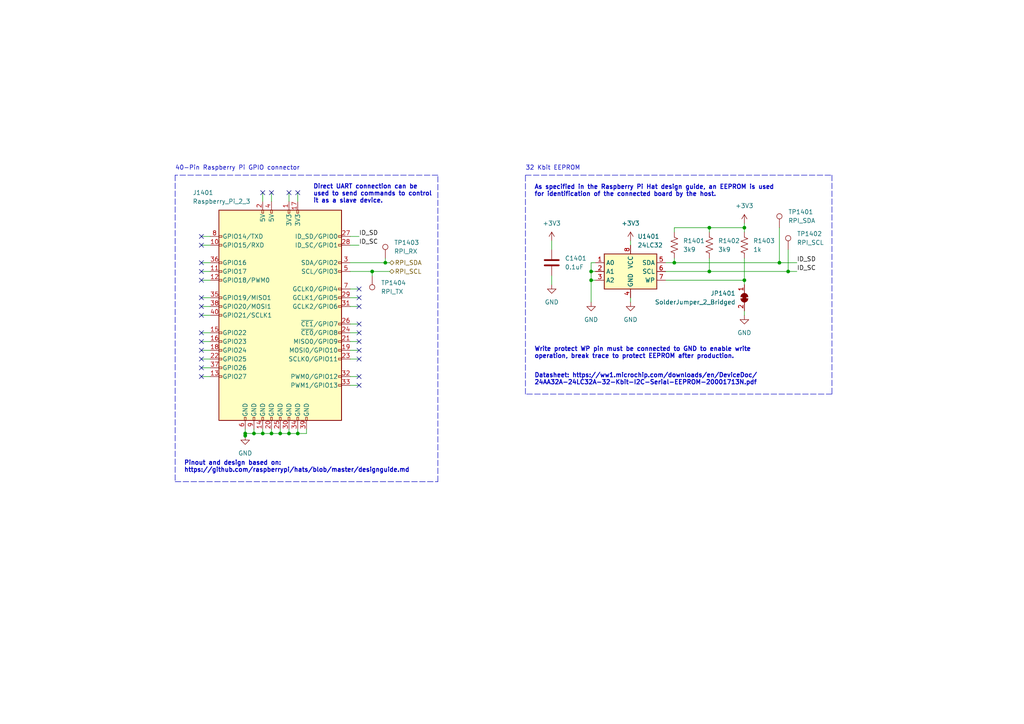
<source format=kicad_sch>
(kicad_sch (version 20211123) (generator eeschema)

  (uuid dde3dc26-3e81-4da3-a095-c1315617c692)

  (paper "A4")

  (title_block
    (title "Thesis Proyect Luis Ernesto Fdez")
    (date "2022-03-17")
    (rev "A")
    (company "Universidad Autónoma de Querétaro")
    (comment 1 "external sensors and LEGO mechanical construction elements as educational equipment.")
    (comment 2 "Design implemets a replacement for the LEGO Mindstorms robot controllers for use with")
    (comment 3 "Distributed Open-source as: CC BY-SA 4.0")
  )

  (lib_symbols
    (symbol "Connector:Raspberry_Pi_2_3" (pin_names (offset 1.016)) (in_bom yes) (on_board yes)
      (property "Reference" "J" (id 0) (at -17.78 31.75 0)
        (effects (font (size 1.27 1.27)) (justify left bottom))
      )
      (property "Value" "Raspberry_Pi_2_3" (id 1) (at 10.16 -31.75 0)
        (effects (font (size 1.27 1.27)) (justify left top))
      )
      (property "Footprint" "" (id 2) (at 0 0 0)
        (effects (font (size 1.27 1.27)) hide)
      )
      (property "Datasheet" "https://www.raspberrypi.org/documentation/hardware/raspberrypi/schematics/rpi_SCH_3bplus_1p0_reduced.pdf" (id 3) (at 0 0 0)
        (effects (font (size 1.27 1.27)) hide)
      )
      (property "ki_keywords" "raspberrypi gpio" (id 4) (at 0 0 0)
        (effects (font (size 1.27 1.27)) hide)
      )
      (property "ki_description" "expansion header for Raspberry Pi 2 & 3" (id 5) (at 0 0 0)
        (effects (font (size 1.27 1.27)) hide)
      )
      (property "ki_fp_filters" "PinHeader*2x20*P2.54mm*Vertical* PinSocket*2x20*P2.54mm*Vertical*" (id 6) (at 0 0 0)
        (effects (font (size 1.27 1.27)) hide)
      )
      (symbol "Raspberry_Pi_2_3_0_1"
        (rectangle (start -17.78 30.48) (end 17.78 -30.48)
          (stroke (width 0.254) (type default) (color 0 0 0 0))
          (fill (type background))
        )
      )
      (symbol "Raspberry_Pi_2_3_1_1"
        (rectangle (start -16.891 -17.526) (end -17.78 -18.034)
          (stroke (width 0) (type default) (color 0 0 0 0))
          (fill (type none))
        )
        (rectangle (start -16.891 -14.986) (end -17.78 -15.494)
          (stroke (width 0) (type default) (color 0 0 0 0))
          (fill (type none))
        )
        (rectangle (start -16.891 -12.446) (end -17.78 -12.954)
          (stroke (width 0) (type default) (color 0 0 0 0))
          (fill (type none))
        )
        (rectangle (start -16.891 -9.906) (end -17.78 -10.414)
          (stroke (width 0) (type default) (color 0 0 0 0))
          (fill (type none))
        )
        (rectangle (start -16.891 -7.366) (end -17.78 -7.874)
          (stroke (width 0) (type default) (color 0 0 0 0))
          (fill (type none))
        )
        (rectangle (start -16.891 -4.826) (end -17.78 -5.334)
          (stroke (width 0) (type default) (color 0 0 0 0))
          (fill (type none))
        )
        (rectangle (start -16.891 0.254) (end -17.78 -0.254)
          (stroke (width 0) (type default) (color 0 0 0 0))
          (fill (type none))
        )
        (rectangle (start -16.891 2.794) (end -17.78 2.286)
          (stroke (width 0) (type default) (color 0 0 0 0))
          (fill (type none))
        )
        (rectangle (start -16.891 5.334) (end -17.78 4.826)
          (stroke (width 0) (type default) (color 0 0 0 0))
          (fill (type none))
        )
        (rectangle (start -16.891 10.414) (end -17.78 9.906)
          (stroke (width 0) (type default) (color 0 0 0 0))
          (fill (type none))
        )
        (rectangle (start -16.891 12.954) (end -17.78 12.446)
          (stroke (width 0) (type default) (color 0 0 0 0))
          (fill (type none))
        )
        (rectangle (start -16.891 15.494) (end -17.78 14.986)
          (stroke (width 0) (type default) (color 0 0 0 0))
          (fill (type none))
        )
        (rectangle (start -16.891 20.574) (end -17.78 20.066)
          (stroke (width 0) (type default) (color 0 0 0 0))
          (fill (type none))
        )
        (rectangle (start -16.891 23.114) (end -17.78 22.606)
          (stroke (width 0) (type default) (color 0 0 0 0))
          (fill (type none))
        )
        (rectangle (start -10.414 -29.591) (end -9.906 -30.48)
          (stroke (width 0) (type default) (color 0 0 0 0))
          (fill (type none))
        )
        (rectangle (start -7.874 -29.591) (end -7.366 -30.48)
          (stroke (width 0) (type default) (color 0 0 0 0))
          (fill (type none))
        )
        (rectangle (start -5.334 -29.591) (end -4.826 -30.48)
          (stroke (width 0) (type default) (color 0 0 0 0))
          (fill (type none))
        )
        (rectangle (start -5.334 30.48) (end -4.826 29.591)
          (stroke (width 0) (type default) (color 0 0 0 0))
          (fill (type none))
        )
        (rectangle (start -2.794 -29.591) (end -2.286 -30.48)
          (stroke (width 0) (type default) (color 0 0 0 0))
          (fill (type none))
        )
        (rectangle (start -2.794 30.48) (end -2.286 29.591)
          (stroke (width 0) (type default) (color 0 0 0 0))
          (fill (type none))
        )
        (rectangle (start -0.254 -29.591) (end 0.254 -30.48)
          (stroke (width 0) (type default) (color 0 0 0 0))
          (fill (type none))
        )
        (rectangle (start 2.286 -29.591) (end 2.794 -30.48)
          (stroke (width 0) (type default) (color 0 0 0 0))
          (fill (type none))
        )
        (rectangle (start 2.286 30.48) (end 2.794 29.591)
          (stroke (width 0) (type default) (color 0 0 0 0))
          (fill (type none))
        )
        (rectangle (start 4.826 -29.591) (end 5.334 -30.48)
          (stroke (width 0) (type default) (color 0 0 0 0))
          (fill (type none))
        )
        (rectangle (start 4.826 30.48) (end 5.334 29.591)
          (stroke (width 0) (type default) (color 0 0 0 0))
          (fill (type none))
        )
        (rectangle (start 7.366 -29.591) (end 7.874 -30.48)
          (stroke (width 0) (type default) (color 0 0 0 0))
          (fill (type none))
        )
        (rectangle (start 17.78 -20.066) (end 16.891 -20.574)
          (stroke (width 0) (type default) (color 0 0 0 0))
          (fill (type none))
        )
        (rectangle (start 17.78 -17.526) (end 16.891 -18.034)
          (stroke (width 0) (type default) (color 0 0 0 0))
          (fill (type none))
        )
        (rectangle (start 17.78 -12.446) (end 16.891 -12.954)
          (stroke (width 0) (type default) (color 0 0 0 0))
          (fill (type none))
        )
        (rectangle (start 17.78 -9.906) (end 16.891 -10.414)
          (stroke (width 0) (type default) (color 0 0 0 0))
          (fill (type none))
        )
        (rectangle (start 17.78 -7.366) (end 16.891 -7.874)
          (stroke (width 0) (type default) (color 0 0 0 0))
          (fill (type none))
        )
        (rectangle (start 17.78 -4.826) (end 16.891 -5.334)
          (stroke (width 0) (type default) (color 0 0 0 0))
          (fill (type none))
        )
        (rectangle (start 17.78 -2.286) (end 16.891 -2.794)
          (stroke (width 0) (type default) (color 0 0 0 0))
          (fill (type none))
        )
        (rectangle (start 17.78 2.794) (end 16.891 2.286)
          (stroke (width 0) (type default) (color 0 0 0 0))
          (fill (type none))
        )
        (rectangle (start 17.78 5.334) (end 16.891 4.826)
          (stroke (width 0) (type default) (color 0 0 0 0))
          (fill (type none))
        )
        (rectangle (start 17.78 7.874) (end 16.891 7.366)
          (stroke (width 0) (type default) (color 0 0 0 0))
          (fill (type none))
        )
        (rectangle (start 17.78 12.954) (end 16.891 12.446)
          (stroke (width 0) (type default) (color 0 0 0 0))
          (fill (type none))
        )
        (rectangle (start 17.78 15.494) (end 16.891 14.986)
          (stroke (width 0) (type default) (color 0 0 0 0))
          (fill (type none))
        )
        (rectangle (start 17.78 20.574) (end 16.891 20.066)
          (stroke (width 0) (type default) (color 0 0 0 0))
          (fill (type none))
        )
        (rectangle (start 17.78 23.114) (end 16.891 22.606)
          (stroke (width 0) (type default) (color 0 0 0 0))
          (fill (type none))
        )
        (pin power_in line (at 2.54 33.02 270) (length 2.54)
          (name "3V3" (effects (font (size 1.27 1.27))))
          (number "1" (effects (font (size 1.27 1.27))))
        )
        (pin bidirectional line (at -20.32 20.32 0) (length 2.54)
          (name "GPIO15/RXD" (effects (font (size 1.27 1.27))))
          (number "10" (effects (font (size 1.27 1.27))))
        )
        (pin bidirectional line (at -20.32 12.7 0) (length 2.54)
          (name "GPIO17" (effects (font (size 1.27 1.27))))
          (number "11" (effects (font (size 1.27 1.27))))
        )
        (pin bidirectional line (at -20.32 10.16 0) (length 2.54)
          (name "GPIO18/PWM0" (effects (font (size 1.27 1.27))))
          (number "12" (effects (font (size 1.27 1.27))))
        )
        (pin bidirectional line (at -20.32 -17.78 0) (length 2.54)
          (name "GPIO27" (effects (font (size 1.27 1.27))))
          (number "13" (effects (font (size 1.27 1.27))))
        )
        (pin power_in line (at -5.08 -33.02 90) (length 2.54)
          (name "GND" (effects (font (size 1.27 1.27))))
          (number "14" (effects (font (size 1.27 1.27))))
        )
        (pin bidirectional line (at -20.32 -5.08 0) (length 2.54)
          (name "GPIO22" (effects (font (size 1.27 1.27))))
          (number "15" (effects (font (size 1.27 1.27))))
        )
        (pin bidirectional line (at -20.32 -7.62 0) (length 2.54)
          (name "GPIO23" (effects (font (size 1.27 1.27))))
          (number "16" (effects (font (size 1.27 1.27))))
        )
        (pin power_in line (at 5.08 33.02 270) (length 2.54)
          (name "3V3" (effects (font (size 1.27 1.27))))
          (number "17" (effects (font (size 1.27 1.27))))
        )
        (pin bidirectional line (at -20.32 -10.16 0) (length 2.54)
          (name "GPIO24" (effects (font (size 1.27 1.27))))
          (number "18" (effects (font (size 1.27 1.27))))
        )
        (pin bidirectional line (at 20.32 -10.16 180) (length 2.54)
          (name "MOSI0/GPIO10" (effects (font (size 1.27 1.27))))
          (number "19" (effects (font (size 1.27 1.27))))
        )
        (pin power_in line (at -5.08 33.02 270) (length 2.54)
          (name "5V" (effects (font (size 1.27 1.27))))
          (number "2" (effects (font (size 1.27 1.27))))
        )
        (pin power_in line (at -2.54 -33.02 90) (length 2.54)
          (name "GND" (effects (font (size 1.27 1.27))))
          (number "20" (effects (font (size 1.27 1.27))))
        )
        (pin bidirectional line (at 20.32 -7.62 180) (length 2.54)
          (name "MISO0/GPIO9" (effects (font (size 1.27 1.27))))
          (number "21" (effects (font (size 1.27 1.27))))
        )
        (pin bidirectional line (at -20.32 -12.7 0) (length 2.54)
          (name "GPIO25" (effects (font (size 1.27 1.27))))
          (number "22" (effects (font (size 1.27 1.27))))
        )
        (pin bidirectional line (at 20.32 -12.7 180) (length 2.54)
          (name "SCLK0/GPIO11" (effects (font (size 1.27 1.27))))
          (number "23" (effects (font (size 1.27 1.27))))
        )
        (pin bidirectional line (at 20.32 -5.08 180) (length 2.54)
          (name "~{CE0}/GPIO8" (effects (font (size 1.27 1.27))))
          (number "24" (effects (font (size 1.27 1.27))))
        )
        (pin power_in line (at 0 -33.02 90) (length 2.54)
          (name "GND" (effects (font (size 1.27 1.27))))
          (number "25" (effects (font (size 1.27 1.27))))
        )
        (pin bidirectional line (at 20.32 -2.54 180) (length 2.54)
          (name "~{CE1}/GPIO7" (effects (font (size 1.27 1.27))))
          (number "26" (effects (font (size 1.27 1.27))))
        )
        (pin bidirectional line (at 20.32 22.86 180) (length 2.54)
          (name "ID_SD/GPIO0" (effects (font (size 1.27 1.27))))
          (number "27" (effects (font (size 1.27 1.27))))
        )
        (pin bidirectional line (at 20.32 20.32 180) (length 2.54)
          (name "ID_SC/GPIO1" (effects (font (size 1.27 1.27))))
          (number "28" (effects (font (size 1.27 1.27))))
        )
        (pin bidirectional line (at 20.32 5.08 180) (length 2.54)
          (name "GCLK1/GPIO5" (effects (font (size 1.27 1.27))))
          (number "29" (effects (font (size 1.27 1.27))))
        )
        (pin bidirectional line (at 20.32 15.24 180) (length 2.54)
          (name "SDA/GPIO2" (effects (font (size 1.27 1.27))))
          (number "3" (effects (font (size 1.27 1.27))))
        )
        (pin power_in line (at 2.54 -33.02 90) (length 2.54)
          (name "GND" (effects (font (size 1.27 1.27))))
          (number "30" (effects (font (size 1.27 1.27))))
        )
        (pin bidirectional line (at 20.32 2.54 180) (length 2.54)
          (name "GCLK2/GPIO6" (effects (font (size 1.27 1.27))))
          (number "31" (effects (font (size 1.27 1.27))))
        )
        (pin bidirectional line (at 20.32 -17.78 180) (length 2.54)
          (name "PWM0/GPIO12" (effects (font (size 1.27 1.27))))
          (number "32" (effects (font (size 1.27 1.27))))
        )
        (pin bidirectional line (at 20.32 -20.32 180) (length 2.54)
          (name "PWM1/GPIO13" (effects (font (size 1.27 1.27))))
          (number "33" (effects (font (size 1.27 1.27))))
        )
        (pin power_in line (at 5.08 -33.02 90) (length 2.54)
          (name "GND" (effects (font (size 1.27 1.27))))
          (number "34" (effects (font (size 1.27 1.27))))
        )
        (pin bidirectional line (at -20.32 5.08 0) (length 2.54)
          (name "GPIO19/MISO1" (effects (font (size 1.27 1.27))))
          (number "35" (effects (font (size 1.27 1.27))))
        )
        (pin bidirectional line (at -20.32 15.24 0) (length 2.54)
          (name "GPIO16" (effects (font (size 1.27 1.27))))
          (number "36" (effects (font (size 1.27 1.27))))
        )
        (pin bidirectional line (at -20.32 -15.24 0) (length 2.54)
          (name "GPIO26" (effects (font (size 1.27 1.27))))
          (number "37" (effects (font (size 1.27 1.27))))
        )
        (pin bidirectional line (at -20.32 2.54 0) (length 2.54)
          (name "GPIO20/MOSI1" (effects (font (size 1.27 1.27))))
          (number "38" (effects (font (size 1.27 1.27))))
        )
        (pin power_in line (at 7.62 -33.02 90) (length 2.54)
          (name "GND" (effects (font (size 1.27 1.27))))
          (number "39" (effects (font (size 1.27 1.27))))
        )
        (pin power_in line (at -2.54 33.02 270) (length 2.54)
          (name "5V" (effects (font (size 1.27 1.27))))
          (number "4" (effects (font (size 1.27 1.27))))
        )
        (pin bidirectional line (at -20.32 0 0) (length 2.54)
          (name "GPIO21/SCLK1" (effects (font (size 1.27 1.27))))
          (number "40" (effects (font (size 1.27 1.27))))
        )
        (pin bidirectional line (at 20.32 12.7 180) (length 2.54)
          (name "SCL/GPIO3" (effects (font (size 1.27 1.27))))
          (number "5" (effects (font (size 1.27 1.27))))
        )
        (pin power_in line (at -10.16 -33.02 90) (length 2.54)
          (name "GND" (effects (font (size 1.27 1.27))))
          (number "6" (effects (font (size 1.27 1.27))))
        )
        (pin bidirectional line (at 20.32 7.62 180) (length 2.54)
          (name "GCLK0/GPIO4" (effects (font (size 1.27 1.27))))
          (number "7" (effects (font (size 1.27 1.27))))
        )
        (pin bidirectional line (at -20.32 22.86 0) (length 2.54)
          (name "GPIO14/TXD" (effects (font (size 1.27 1.27))))
          (number "8" (effects (font (size 1.27 1.27))))
        )
        (pin power_in line (at -7.62 -33.02 90) (length 2.54)
          (name "GND" (effects (font (size 1.27 1.27))))
          (number "9" (effects (font (size 1.27 1.27))))
        )
      )
    )
    (symbol "Connector:TestPoint" (pin_numbers hide) (pin_names (offset 0.762) hide) (in_bom yes) (on_board yes)
      (property "Reference" "TP" (id 0) (at 0 6.858 0)
        (effects (font (size 1.27 1.27)))
      )
      (property "Value" "TestPoint" (id 1) (at 0 5.08 0)
        (effects (font (size 1.27 1.27)))
      )
      (property "Footprint" "" (id 2) (at 5.08 0 0)
        (effects (font (size 1.27 1.27)) hide)
      )
      (property "Datasheet" "~" (id 3) (at 5.08 0 0)
        (effects (font (size 1.27 1.27)) hide)
      )
      (property "ki_keywords" "test point tp" (id 4) (at 0 0 0)
        (effects (font (size 1.27 1.27)) hide)
      )
      (property "ki_description" "test point" (id 5) (at 0 0 0)
        (effects (font (size 1.27 1.27)) hide)
      )
      (property "ki_fp_filters" "Pin* Test*" (id 6) (at 0 0 0)
        (effects (font (size 1.27 1.27)) hide)
      )
      (symbol "TestPoint_0_1"
        (circle (center 0 3.302) (radius 0.762)
          (stroke (width 0) (type default) (color 0 0 0 0))
          (fill (type none))
        )
      )
      (symbol "TestPoint_1_1"
        (pin passive line (at 0 0 90) (length 2.54)
          (name "1" (effects (font (size 1.27 1.27))))
          (number "1" (effects (font (size 1.27 1.27))))
        )
      )
    )
    (symbol "Device:C" (pin_numbers hide) (pin_names (offset 0.254)) (in_bom yes) (on_board yes)
      (property "Reference" "C" (id 0) (at 0.635 2.54 0)
        (effects (font (size 1.27 1.27)) (justify left))
      )
      (property "Value" "C" (id 1) (at 0.635 -2.54 0)
        (effects (font (size 1.27 1.27)) (justify left))
      )
      (property "Footprint" "" (id 2) (at 0.9652 -3.81 0)
        (effects (font (size 1.27 1.27)) hide)
      )
      (property "Datasheet" "~" (id 3) (at 0 0 0)
        (effects (font (size 1.27 1.27)) hide)
      )
      (property "ki_keywords" "cap capacitor" (id 4) (at 0 0 0)
        (effects (font (size 1.27 1.27)) hide)
      )
      (property "ki_description" "Unpolarized capacitor" (id 5) (at 0 0 0)
        (effects (font (size 1.27 1.27)) hide)
      )
      (property "ki_fp_filters" "C_*" (id 6) (at 0 0 0)
        (effects (font (size 1.27 1.27)) hide)
      )
      (symbol "C_0_1"
        (polyline
          (pts
            (xy -2.032 -0.762)
            (xy 2.032 -0.762)
          )
          (stroke (width 0.508) (type default) (color 0 0 0 0))
          (fill (type none))
        )
        (polyline
          (pts
            (xy -2.032 0.762)
            (xy 2.032 0.762)
          )
          (stroke (width 0.508) (type default) (color 0 0 0 0))
          (fill (type none))
        )
      )
      (symbol "C_1_1"
        (pin passive line (at 0 3.81 270) (length 2.794)
          (name "~" (effects (font (size 1.27 1.27))))
          (number "1" (effects (font (size 1.27 1.27))))
        )
        (pin passive line (at 0 -3.81 90) (length 2.794)
          (name "~" (effects (font (size 1.27 1.27))))
          (number "2" (effects (font (size 1.27 1.27))))
        )
      )
    )
    (symbol "Device:R_US" (pin_numbers hide) (pin_names (offset 0)) (in_bom yes) (on_board yes)
      (property "Reference" "R" (id 0) (at 2.54 0 90)
        (effects (font (size 1.27 1.27)))
      )
      (property "Value" "R_US" (id 1) (at -2.54 0 90)
        (effects (font (size 1.27 1.27)))
      )
      (property "Footprint" "" (id 2) (at 1.016 -0.254 90)
        (effects (font (size 1.27 1.27)) hide)
      )
      (property "Datasheet" "~" (id 3) (at 0 0 0)
        (effects (font (size 1.27 1.27)) hide)
      )
      (property "ki_keywords" "R res resistor" (id 4) (at 0 0 0)
        (effects (font (size 1.27 1.27)) hide)
      )
      (property "ki_description" "Resistor, US symbol" (id 5) (at 0 0 0)
        (effects (font (size 1.27 1.27)) hide)
      )
      (property "ki_fp_filters" "R_*" (id 6) (at 0 0 0)
        (effects (font (size 1.27 1.27)) hide)
      )
      (symbol "R_US_0_1"
        (polyline
          (pts
            (xy 0 -2.286)
            (xy 0 -2.54)
          )
          (stroke (width 0) (type default) (color 0 0 0 0))
          (fill (type none))
        )
        (polyline
          (pts
            (xy 0 2.286)
            (xy 0 2.54)
          )
          (stroke (width 0) (type default) (color 0 0 0 0))
          (fill (type none))
        )
        (polyline
          (pts
            (xy 0 -0.762)
            (xy 1.016 -1.143)
            (xy 0 -1.524)
            (xy -1.016 -1.905)
            (xy 0 -2.286)
          )
          (stroke (width 0) (type default) (color 0 0 0 0))
          (fill (type none))
        )
        (polyline
          (pts
            (xy 0 0.762)
            (xy 1.016 0.381)
            (xy 0 0)
            (xy -1.016 -0.381)
            (xy 0 -0.762)
          )
          (stroke (width 0) (type default) (color 0 0 0 0))
          (fill (type none))
        )
        (polyline
          (pts
            (xy 0 2.286)
            (xy 1.016 1.905)
            (xy 0 1.524)
            (xy -1.016 1.143)
            (xy 0 0.762)
          )
          (stroke (width 0) (type default) (color 0 0 0 0))
          (fill (type none))
        )
      )
      (symbol "R_US_1_1"
        (pin passive line (at 0 3.81 270) (length 1.27)
          (name "~" (effects (font (size 1.27 1.27))))
          (number "1" (effects (font (size 1.27 1.27))))
        )
        (pin passive line (at 0 -3.81 90) (length 1.27)
          (name "~" (effects (font (size 1.27 1.27))))
          (number "2" (effects (font (size 1.27 1.27))))
        )
      )
    )
    (symbol "Jumper:SolderJumper_2_Bridged" (pin_names (offset 0) hide) (in_bom yes) (on_board yes)
      (property "Reference" "JP" (id 0) (at 0 2.032 0)
        (effects (font (size 1.27 1.27)))
      )
      (property "Value" "SolderJumper_2_Bridged" (id 1) (at 0 -2.54 0)
        (effects (font (size 1.27 1.27)))
      )
      (property "Footprint" "" (id 2) (at 0 0 0)
        (effects (font (size 1.27 1.27)) hide)
      )
      (property "Datasheet" "~" (id 3) (at 0 0 0)
        (effects (font (size 1.27 1.27)) hide)
      )
      (property "ki_keywords" "solder jumper SPST" (id 4) (at 0 0 0)
        (effects (font (size 1.27 1.27)) hide)
      )
      (property "ki_description" "Solder Jumper, 2-pole, closed/bridged" (id 5) (at 0 0 0)
        (effects (font (size 1.27 1.27)) hide)
      )
      (property "ki_fp_filters" "SolderJumper*Bridged*" (id 6) (at 0 0 0)
        (effects (font (size 1.27 1.27)) hide)
      )
      (symbol "SolderJumper_2_Bridged_0_1"
        (rectangle (start -0.508 0.508) (end 0.508 -0.508)
          (stroke (width 0) (type default) (color 0 0 0 0))
          (fill (type outline))
        )
        (arc (start -0.254 1.016) (mid -1.27 0) (end -0.254 -1.016)
          (stroke (width 0) (type default) (color 0 0 0 0))
          (fill (type none))
        )
        (arc (start -0.254 1.016) (mid -1.27 0) (end -0.254 -1.016)
          (stroke (width 0) (type default) (color 0 0 0 0))
          (fill (type outline))
        )
        (polyline
          (pts
            (xy -0.254 1.016)
            (xy -0.254 -1.016)
          )
          (stroke (width 0) (type default) (color 0 0 0 0))
          (fill (type none))
        )
        (polyline
          (pts
            (xy 0.254 1.016)
            (xy 0.254 -1.016)
          )
          (stroke (width 0) (type default) (color 0 0 0 0))
          (fill (type none))
        )
        (arc (start 0.254 -1.016) (mid 1.27 0) (end 0.254 1.016)
          (stroke (width 0) (type default) (color 0 0 0 0))
          (fill (type none))
        )
        (arc (start 0.254 -1.016) (mid 1.27 0) (end 0.254 1.016)
          (stroke (width 0) (type default) (color 0 0 0 0))
          (fill (type outline))
        )
      )
      (symbol "SolderJumper_2_Bridged_1_1"
        (pin passive line (at -3.81 0 0) (length 2.54)
          (name "A" (effects (font (size 1.27 1.27))))
          (number "1" (effects (font (size 1.27 1.27))))
        )
        (pin passive line (at 3.81 0 180) (length 2.54)
          (name "B" (effects (font (size 1.27 1.27))))
          (number "2" (effects (font (size 1.27 1.27))))
        )
      )
    )
    (symbol "Memory_EEPROM:24LC32" (in_bom yes) (on_board yes)
      (property "Reference" "U" (id 0) (at -6.35 6.35 0)
        (effects (font (size 1.27 1.27)))
      )
      (property "Value" "24LC32" (id 1) (at 1.27 6.35 0)
        (effects (font (size 1.27 1.27)) (justify left))
      )
      (property "Footprint" "" (id 2) (at 0 0 0)
        (effects (font (size 1.27 1.27)) hide)
      )
      (property "Datasheet" "http://ww1.microchip.com/downloads/en/DeviceDoc/21072G.pdf" (id 3) (at 0 0 0)
        (effects (font (size 1.27 1.27)) hide)
      )
      (property "ki_keywords" "I2C Serial EEPROM" (id 4) (at 0 0 0)
        (effects (font (size 1.27 1.27)) hide)
      )
      (property "ki_description" "I2C Serial EEPROM, 32Kb, DIP-8/SOIC-8/TSSOP-8/DFN-8" (id 5) (at 0 0 0)
        (effects (font (size 1.27 1.27)) hide)
      )
      (property "ki_fp_filters" "DIP*W7.62mm* SOIC*3.9x4.9mm* TSSOP*4.4x3mm*P0.65mm* DFN*3x2mm*P0.5mm*" (id 6) (at 0 0 0)
        (effects (font (size 1.27 1.27)) hide)
      )
      (symbol "24LC32_1_1"
        (rectangle (start -7.62 5.08) (end 7.62 -5.08)
          (stroke (width 0.254) (type default) (color 0 0 0 0))
          (fill (type background))
        )
        (pin input line (at -10.16 2.54 0) (length 2.54)
          (name "A0" (effects (font (size 1.27 1.27))))
          (number "1" (effects (font (size 1.27 1.27))))
        )
        (pin input line (at -10.16 0 0) (length 2.54)
          (name "A1" (effects (font (size 1.27 1.27))))
          (number "2" (effects (font (size 1.27 1.27))))
        )
        (pin input line (at -10.16 -2.54 0) (length 2.54)
          (name "A2" (effects (font (size 1.27 1.27))))
          (number "3" (effects (font (size 1.27 1.27))))
        )
        (pin power_in line (at 0 -7.62 90) (length 2.54)
          (name "GND" (effects (font (size 1.27 1.27))))
          (number "4" (effects (font (size 1.27 1.27))))
        )
        (pin bidirectional line (at 10.16 2.54 180) (length 2.54)
          (name "SDA" (effects (font (size 1.27 1.27))))
          (number "5" (effects (font (size 1.27 1.27))))
        )
        (pin input line (at 10.16 0 180) (length 2.54)
          (name "SCL" (effects (font (size 1.27 1.27))))
          (number "6" (effects (font (size 1.27 1.27))))
        )
        (pin input line (at 10.16 -2.54 180) (length 2.54)
          (name "WP" (effects (font (size 1.27 1.27))))
          (number "7" (effects (font (size 1.27 1.27))))
        )
        (pin power_in line (at 0 7.62 270) (length 2.54)
          (name "VCC" (effects (font (size 1.27 1.27))))
          (number "8" (effects (font (size 1.27 1.27))))
        )
      )
    )
    (symbol "power:+3.3V" (power) (pin_names (offset 0)) (in_bom yes) (on_board yes)
      (property "Reference" "#PWR" (id 0) (at 0 -3.81 0)
        (effects (font (size 1.27 1.27)) hide)
      )
      (property "Value" "+3.3V" (id 1) (at 0 3.556 0)
        (effects (font (size 1.27 1.27)))
      )
      (property "Footprint" "" (id 2) (at 0 0 0)
        (effects (font (size 1.27 1.27)) hide)
      )
      (property "Datasheet" "" (id 3) (at 0 0 0)
        (effects (font (size 1.27 1.27)) hide)
      )
      (property "ki_keywords" "power-flag" (id 4) (at 0 0 0)
        (effects (font (size 1.27 1.27)) hide)
      )
      (property "ki_description" "Power symbol creates a global label with name \"+3.3V\"" (id 5) (at 0 0 0)
        (effects (font (size 1.27 1.27)) hide)
      )
      (symbol "+3.3V_0_1"
        (polyline
          (pts
            (xy -0.762 1.27)
            (xy 0 2.54)
          )
          (stroke (width 0) (type default) (color 0 0 0 0))
          (fill (type none))
        )
        (polyline
          (pts
            (xy 0 0)
            (xy 0 2.54)
          )
          (stroke (width 0) (type default) (color 0 0 0 0))
          (fill (type none))
        )
        (polyline
          (pts
            (xy 0 2.54)
            (xy 0.762 1.27)
          )
          (stroke (width 0) (type default) (color 0 0 0 0))
          (fill (type none))
        )
      )
      (symbol "+3.3V_1_1"
        (pin power_in line (at 0 0 90) (length 0) hide
          (name "+3V3" (effects (font (size 1.27 1.27))))
          (number "1" (effects (font (size 1.27 1.27))))
        )
      )
    )
    (symbol "power:GND" (power) (pin_names (offset 0)) (in_bom yes) (on_board yes)
      (property "Reference" "#PWR" (id 0) (at 0 -6.35 0)
        (effects (font (size 1.27 1.27)) hide)
      )
      (property "Value" "GND" (id 1) (at 0 -3.81 0)
        (effects (font (size 1.27 1.27)))
      )
      (property "Footprint" "" (id 2) (at 0 0 0)
        (effects (font (size 1.27 1.27)) hide)
      )
      (property "Datasheet" "" (id 3) (at 0 0 0)
        (effects (font (size 1.27 1.27)) hide)
      )
      (property "ki_keywords" "power-flag" (id 4) (at 0 0 0)
        (effects (font (size 1.27 1.27)) hide)
      )
      (property "ki_description" "Power symbol creates a global label with name \"GND\" , ground" (id 5) (at 0 0 0)
        (effects (font (size 1.27 1.27)) hide)
      )
      (symbol "GND_0_1"
        (polyline
          (pts
            (xy 0 0)
            (xy 0 -1.27)
            (xy 1.27 -1.27)
            (xy 0 -2.54)
            (xy -1.27 -1.27)
            (xy 0 -1.27)
          )
          (stroke (width 0) (type default) (color 0 0 0 0))
          (fill (type none))
        )
      )
      (symbol "GND_1_1"
        (pin power_in line (at 0 0 270) (length 0) hide
          (name "GND" (effects (font (size 1.27 1.27))))
          (number "1" (effects (font (size 1.27 1.27))))
        )
      )
    )
  )

  (junction (at 76.2 125.73) (diameter 0) (color 0 0 0 0)
    (uuid 010d278d-e4f1-458c-a330-0a7f908f7e00)
  )
  (junction (at 78.74 125.73) (diameter 0) (color 0 0 0 0)
    (uuid 07ae359b-3892-48ba-9227-54a38eed3235)
  )
  (junction (at 205.74 66.04) (diameter 0) (color 0 0 0 0)
    (uuid 238881d6-9cf1-4a4c-8334-e890616813ff)
  )
  (junction (at 111.76 76.2) (diameter 0) (color 0 0 0 0)
    (uuid 23ec7a76-5322-4555-b0e2-eea0363e2577)
  )
  (junction (at 228.6 78.74) (diameter 0) (color 0 0 0 0)
    (uuid 39535cd2-0af6-40e0-9cd6-e4bd20a1b1c9)
  )
  (junction (at 171.45 81.28) (diameter 0) (color 0 0 0 0)
    (uuid 4766d8f5-4c9a-43dd-b8f4-94f6f561fd4b)
  )
  (junction (at 215.9 66.04) (diameter 0) (color 0 0 0 0)
    (uuid 5b311e9c-6e81-4a0e-a4aa-864f2d1a2c7e)
  )
  (junction (at 215.9 81.28) (diameter 0) (color 0 0 0 0)
    (uuid 659ab24e-35f1-4452-aef8-19801e5dbb5f)
  )
  (junction (at 107.95 78.74) (diameter 0) (color 0 0 0 0)
    (uuid 67ebf665-a501-43a3-93c0-a302746c46f6)
  )
  (junction (at 205.74 78.74) (diameter 0) (color 0 0 0 0)
    (uuid 6aba99f5-1b84-44ac-8a7e-fda0c55583ad)
  )
  (junction (at 71.12 126.365) (diameter 0) (color 0 0 0 0)
    (uuid 7a149527-21b6-4e8d-ab1d-b5c6a5d9ad5f)
  )
  (junction (at 73.66 125.73) (diameter 0) (color 0 0 0 0)
    (uuid 7a636c1f-efc1-410d-b738-a14f2187a85b)
  )
  (junction (at 171.45 78.74) (diameter 0) (color 0 0 0 0)
    (uuid 9ef8e481-435c-4b8b-8449-c4164af17ee5)
  )
  (junction (at 195.58 76.2) (diameter 0) (color 0 0 0 0)
    (uuid b494a696-78d3-44f7-a31b-64db89ff0b19)
  )
  (junction (at 226.06 76.2) (diameter 0) (color 0 0 0 0)
    (uuid b8aff6dc-997e-41c8-9f30-47ad9c0c58b5)
  )
  (junction (at 71.12 125.73) (diameter 0) (color 0 0 0 0)
    (uuid b9ac9a6b-9834-40a3-ac44-2e97831ca430)
  )
  (junction (at 83.82 125.73) (diameter 0) (color 0 0 0 0)
    (uuid cd6eed94-a417-4e3c-a320-49a92843058d)
  )
  (junction (at 86.36 125.73) (diameter 0) (color 0 0 0 0)
    (uuid f4e68b13-857e-4ff0-9c5a-fe4d8031ac8f)
  )
  (junction (at 81.28 125.73) (diameter 0) (color 0 0 0 0)
    (uuid fb5b9e0d-768d-462d-bacc-0f96d907ac19)
  )

  (no_connect (at 104.14 101.6) (uuid 5f804f47-6480-44ea-9802-dae6c0d61f5b))
  (no_connect (at 104.14 111.76) (uuid 5f804f47-6480-44ea-9802-dae6c0d61f5c))
  (no_connect (at 104.14 104.14) (uuid 5f804f47-6480-44ea-9802-dae6c0d61f5d))
  (no_connect (at 104.14 99.06) (uuid 5f804f47-6480-44ea-9802-dae6c0d61f5e))
  (no_connect (at 104.14 109.22) (uuid 5f804f47-6480-44ea-9802-dae6c0d61f5f))
  (no_connect (at 58.42 104.14) (uuid 70c65b74-f84d-408c-8a71-9d3e619a2715))
  (no_connect (at 58.42 101.6) (uuid 70c65b74-f84d-408c-8a71-9d3e619a2716))
  (no_connect (at 58.42 91.44) (uuid 70c65b74-f84d-408c-8a71-9d3e619a2717))
  (no_connect (at 58.42 109.22) (uuid 70c65b74-f84d-408c-8a71-9d3e619a2718))
  (no_connect (at 58.42 106.68) (uuid 70c65b74-f84d-408c-8a71-9d3e619a2719))
  (no_connect (at 58.42 99.06) (uuid 70c65b74-f84d-408c-8a71-9d3e619a271a))
  (no_connect (at 58.42 96.52) (uuid 70c65b74-f84d-408c-8a71-9d3e619a271b))
  (no_connect (at 104.14 96.52) (uuid 70c65b74-f84d-408c-8a71-9d3e619a271c))
  (no_connect (at 104.14 93.98) (uuid 70c65b74-f84d-408c-8a71-9d3e619a271d))
  (no_connect (at 58.42 81.28) (uuid 70c65b74-f84d-408c-8a71-9d3e619a271e))
  (no_connect (at 58.42 88.9) (uuid 70c65b74-f84d-408c-8a71-9d3e619a271f))
  (no_connect (at 58.42 86.36) (uuid 70c65b74-f84d-408c-8a71-9d3e619a2720))
  (no_connect (at 104.14 88.9) (uuid 70c65b74-f84d-408c-8a71-9d3e619a2721))
  (no_connect (at 104.14 83.82) (uuid 70c65b74-f84d-408c-8a71-9d3e619a2722))
  (no_connect (at 104.14 86.36) (uuid 70c65b74-f84d-408c-8a71-9d3e619a2723))
  (no_connect (at 58.42 68.58) (uuid 70c65b74-f84d-408c-8a71-9d3e619a2724))
  (no_connect (at 58.42 71.12) (uuid 70c65b74-f84d-408c-8a71-9d3e619a2725))
  (no_connect (at 58.42 78.74) (uuid 70c65b74-f84d-408c-8a71-9d3e619a2726))
  (no_connect (at 58.42 76.2) (uuid 70c65b74-f84d-408c-8a71-9d3e619a2727))
  (no_connect (at 78.74 55.88) (uuid a946aaee-dbe6-4b77-9c0c-ed9696bb3eb2))
  (no_connect (at 86.36 55.88) (uuid a946aaee-dbe6-4b77-9c0c-ed9696bb3eb3))
  (no_connect (at 83.82 55.88) (uuid fddd3ce0-893c-4685-b369-4aa15d0b0b9e))
  (no_connect (at 76.2 55.88) (uuid fddd3ce0-893c-4685-b369-4aa15d0b0b9f))

  (wire (pts (xy 205.74 74.93) (xy 205.74 78.74))
    (stroke (width 0) (type default) (color 0 0 0 0))
    (uuid 033fa883-b112-4acf-a70f-0fb12a055c3b)
  )
  (wire (pts (xy 101.6 71.12) (xy 104.14 71.12))
    (stroke (width 0) (type default) (color 0 0 0 0))
    (uuid 057ae6f0-228b-4ebf-8d31-edc928889d39)
  )
  (wire (pts (xy 78.74 55.88) (xy 78.74 58.42))
    (stroke (width 0) (type default) (color 0 0 0 0))
    (uuid 065fff24-3e15-4633-b981-61e1c735ff68)
  )
  (wire (pts (xy 88.9 124.46) (xy 88.9 125.73))
    (stroke (width 0) (type default) (color 0 0 0 0))
    (uuid 085ccb31-6fc9-444b-833f-9782fc886a7a)
  )
  (wire (pts (xy 73.66 124.46) (xy 73.66 125.73))
    (stroke (width 0) (type default) (color 0 0 0 0))
    (uuid 08faf666-ec84-4f47-a170-9822d2206dc1)
  )
  (wire (pts (xy 205.74 66.04) (xy 205.74 67.31))
    (stroke (width 0) (type default) (color 0 0 0 0))
    (uuid 0aa21431-288c-4ae3-badc-303697b4563e)
  )
  (wire (pts (xy 101.6 99.06) (xy 104.14 99.06))
    (stroke (width 0) (type default) (color 0 0 0 0))
    (uuid 135a0649-6b45-4552-a051-36b65b7b6c7a)
  )
  (wire (pts (xy 195.58 74.93) (xy 195.58 76.2))
    (stroke (width 0) (type default) (color 0 0 0 0))
    (uuid 13e4b346-5ddc-4230-9334-6f26a13aec96)
  )
  (wire (pts (xy 171.45 76.2) (xy 171.45 78.74))
    (stroke (width 0) (type default) (color 0 0 0 0))
    (uuid 13fcc82d-666e-4754-8a8e-41fa3be7103c)
  )
  (wire (pts (xy 182.88 86.36) (xy 182.88 87.63))
    (stroke (width 0) (type default) (color 0 0 0 0))
    (uuid 142a0f1b-dbef-4de0-9cff-9551c306cb1d)
  )
  (wire (pts (xy 83.82 55.88) (xy 83.82 58.42))
    (stroke (width 0) (type default) (color 0 0 0 0))
    (uuid 145c1c5a-3167-407c-a560-2736c8a0461f)
  )
  (wire (pts (xy 215.9 74.93) (xy 215.9 81.28))
    (stroke (width 0) (type default) (color 0 0 0 0))
    (uuid 15aedd2d-a000-43ef-977c-cc23e8294ae2)
  )
  (wire (pts (xy 205.74 78.74) (xy 228.6 78.74))
    (stroke (width 0) (type default) (color 0 0 0 0))
    (uuid 16d3f4bb-c41f-4e9d-aa7c-3bea4ad9adc2)
  )
  (wire (pts (xy 101.6 104.14) (xy 104.14 104.14))
    (stroke (width 0) (type default) (color 0 0 0 0))
    (uuid 20df0168-6385-4cc7-b129-4cf0d5f3b02a)
  )
  (wire (pts (xy 71.12 126.365) (xy 71.12 127))
    (stroke (width 0) (type default) (color 0 0 0 0))
    (uuid 24adbb1e-908f-40fc-abc3-135bf990bc8e)
  )
  (polyline (pts (xy 127 50.8) (xy 50.8 50.8))
    (stroke (width 0) (type default) (color 0 0 0 0))
    (uuid 2651fe89-0a6c-43fd-83c5-e3e43dd00472)
  )

  (wire (pts (xy 58.42 91.44) (xy 60.96 91.44))
    (stroke (width 0) (type default) (color 0 0 0 0))
    (uuid 2c9a3d63-5244-4b98-88bc-a0a5f5ffc829)
  )
  (wire (pts (xy 195.58 67.31) (xy 195.58 66.04))
    (stroke (width 0) (type default) (color 0 0 0 0))
    (uuid 310bf654-a2e7-4c9b-8a61-1bff8b506ac8)
  )
  (wire (pts (xy 58.42 99.06) (xy 60.96 99.06))
    (stroke (width 0) (type default) (color 0 0 0 0))
    (uuid 33d87e14-04bd-484b-be86-b4bdf9c3909a)
  )
  (wire (pts (xy 172.72 81.28) (xy 171.45 81.28))
    (stroke (width 0) (type default) (color 0 0 0 0))
    (uuid 36d4f18b-1efb-46ab-a2a3-326a3dbda714)
  )
  (polyline (pts (xy 50.8 50.8) (xy 50.8 139.7))
    (stroke (width 0) (type default) (color 0 0 0 0))
    (uuid 3772d207-6e5f-4b56-9739-a8e5439752b1)
  )

  (wire (pts (xy 83.82 124.46) (xy 83.82 125.73))
    (stroke (width 0) (type default) (color 0 0 0 0))
    (uuid 392511a4-2d8e-4d6e-85cb-3519d68c578e)
  )
  (wire (pts (xy 58.42 104.14) (xy 60.96 104.14))
    (stroke (width 0) (type default) (color 0 0 0 0))
    (uuid 39c21c4f-b3ee-43e5-8ce6-caf455f9ae2b)
  )
  (wire (pts (xy 160.02 80.01) (xy 160.02 82.55))
    (stroke (width 0) (type default) (color 0 0 0 0))
    (uuid 3bf7a561-5889-43ca-bbb0-82a323829fd8)
  )
  (wire (pts (xy 195.58 66.04) (xy 205.74 66.04))
    (stroke (width 0) (type default) (color 0 0 0 0))
    (uuid 3c4e523e-9ee7-4098-9738-67da4519b974)
  )
  (wire (pts (xy 228.6 78.74) (xy 231.14 78.74))
    (stroke (width 0) (type default) (color 0 0 0 0))
    (uuid 3c6c64ab-4c54-4c2b-bd76-3d5aea548289)
  )
  (wire (pts (xy 58.42 88.9) (xy 60.96 88.9))
    (stroke (width 0) (type default) (color 0 0 0 0))
    (uuid 3dd5bd81-1d1d-442b-8a2d-232de4addedc)
  )
  (wire (pts (xy 228.6 72.39) (xy 228.6 78.74))
    (stroke (width 0) (type default) (color 0 0 0 0))
    (uuid 43700570-a360-497d-b74d-27934491d84a)
  )
  (polyline (pts (xy 241.3 50.8) (xy 241.3 114.3))
    (stroke (width 0) (type default) (color 0 0 0 0))
    (uuid 4985c344-9f09-43be-8774-dbf569b4e68e)
  )

  (wire (pts (xy 107.95 78.74) (xy 101.6 78.74))
    (stroke (width 0) (type default) (color 0 0 0 0))
    (uuid 4acde74a-2942-4acc-981c-7e9847c06432)
  )
  (polyline (pts (xy 152.4 114.3) (xy 152.4 50.8))
    (stroke (width 0) (type default) (color 0 0 0 0))
    (uuid 4b24bd60-47f1-430b-80de-f4e346014ee2)
  )

  (wire (pts (xy 113.03 76.2) (xy 111.76 76.2))
    (stroke (width 0) (type default) (color 0 0 0 0))
    (uuid 4b55a894-9a6b-41e9-a624-c81daba9b7ce)
  )
  (wire (pts (xy 101.6 88.9) (xy 104.14 88.9))
    (stroke (width 0) (type default) (color 0 0 0 0))
    (uuid 4efecfc3-a92c-41d7-a714-973f4a7c8867)
  )
  (wire (pts (xy 193.04 78.74) (xy 205.74 78.74))
    (stroke (width 0) (type default) (color 0 0 0 0))
    (uuid 59da8475-e78e-4731-8ebf-74a93cfa600f)
  )
  (wire (pts (xy 76.2 124.46) (xy 76.2 125.73))
    (stroke (width 0) (type default) (color 0 0 0 0))
    (uuid 5a280c01-41eb-4b61-b0e1-5ed7c1d701a3)
  )
  (wire (pts (xy 226.06 66.04) (xy 226.06 76.2))
    (stroke (width 0) (type default) (color 0 0 0 0))
    (uuid 5aa7ed2d-f90d-47b7-a851-0bb827343128)
  )
  (wire (pts (xy 111.76 74.93) (xy 111.76 76.2))
    (stroke (width 0) (type default) (color 0 0 0 0))
    (uuid 5ed467c2-e924-4a04-9e39-9eff1e79336d)
  )
  (wire (pts (xy 113.03 78.74) (xy 107.95 78.74))
    (stroke (width 0) (type default) (color 0 0 0 0))
    (uuid 5f264b53-7c18-4b50-bf39-fd03cd45466c)
  )
  (wire (pts (xy 215.9 66.04) (xy 215.9 67.31))
    (stroke (width 0) (type default) (color 0 0 0 0))
    (uuid 68befaf8-af8d-449d-9c68-17cc469a3b40)
  )
  (wire (pts (xy 58.42 109.22) (xy 60.96 109.22))
    (stroke (width 0) (type default) (color 0 0 0 0))
    (uuid 68dfcb0b-b59f-4273-b33c-a87a66028ac5)
  )
  (wire (pts (xy 76.2 125.73) (xy 73.66 125.73))
    (stroke (width 0) (type default) (color 0 0 0 0))
    (uuid 6a15e01a-bdaa-4798-81c7-c2820ee1ddd9)
  )
  (wire (pts (xy 60.96 71.12) (xy 58.42 71.12))
    (stroke (width 0) (type default) (color 0 0 0 0))
    (uuid 6fc2e4d2-73ce-430f-9b7a-260094859843)
  )
  (wire (pts (xy 86.36 125.73) (xy 88.9 125.73))
    (stroke (width 0) (type default) (color 0 0 0 0))
    (uuid 7034f5c8-47b9-491a-89b5-2ba3613716e7)
  )
  (wire (pts (xy 101.6 101.6) (xy 104.14 101.6))
    (stroke (width 0) (type default) (color 0 0 0 0))
    (uuid 70f53152-d77c-428a-9c50-1726965d9212)
  )
  (wire (pts (xy 73.66 125.73) (xy 71.12 125.73))
    (stroke (width 0) (type default) (color 0 0 0 0))
    (uuid 78be9685-e4cf-440e-903f-da167d66b359)
  )
  (wire (pts (xy 215.9 81.28) (xy 215.9 82.55))
    (stroke (width 0) (type default) (color 0 0 0 0))
    (uuid 78c8c1f7-6607-4738-b41d-e7abf945b60c)
  )
  (wire (pts (xy 172.72 78.74) (xy 171.45 78.74))
    (stroke (width 0) (type default) (color 0 0 0 0))
    (uuid 7ae51a84-2c31-4b7f-9439-b9cc9b64603c)
  )
  (wire (pts (xy 86.36 124.46) (xy 86.36 125.73))
    (stroke (width 0) (type default) (color 0 0 0 0))
    (uuid 7dbf8261-261f-4509-a0bd-abeb0d76b435)
  )
  (wire (pts (xy 111.76 76.2) (xy 101.6 76.2))
    (stroke (width 0) (type default) (color 0 0 0 0))
    (uuid 8109cada-cc81-4e60-94c2-2b94d465bdf4)
  )
  (wire (pts (xy 76.2 55.88) (xy 76.2 58.42))
    (stroke (width 0) (type default) (color 0 0 0 0))
    (uuid 82133753-1433-40fb-a2cf-4383bec6dbbe)
  )
  (wire (pts (xy 58.42 106.68) (xy 60.96 106.68))
    (stroke (width 0) (type default) (color 0 0 0 0))
    (uuid 874e0eb9-bbd2-4886-9628-9917e31dfeda)
  )
  (wire (pts (xy 58.42 101.6) (xy 60.96 101.6))
    (stroke (width 0) (type default) (color 0 0 0 0))
    (uuid 88d28dc9-ecfd-462a-a243-87e4375632fc)
  )
  (wire (pts (xy 101.6 86.36) (xy 104.14 86.36))
    (stroke (width 0) (type default) (color 0 0 0 0))
    (uuid 8d7a3f11-3311-4e3f-af2e-5ef22a2db51d)
  )
  (wire (pts (xy 78.74 125.73) (xy 76.2 125.73))
    (stroke (width 0) (type default) (color 0 0 0 0))
    (uuid 8d7f3f62-a009-406f-92e8-59df6115a32f)
  )
  (wire (pts (xy 60.96 68.58) (xy 58.42 68.58))
    (stroke (width 0) (type default) (color 0 0 0 0))
    (uuid 911fbc13-9602-4a3d-ab64-168da38645af)
  )
  (wire (pts (xy 101.6 111.76) (xy 104.14 111.76))
    (stroke (width 0) (type default) (color 0 0 0 0))
    (uuid 93ac8f07-96dd-4b62-ba4d-1468fbcfdd2f)
  )
  (wire (pts (xy 58.42 96.52) (xy 60.96 96.52))
    (stroke (width 0) (type default) (color 0 0 0 0))
    (uuid 98c9c81b-0ed2-4ec9-bbff-90b450fb250a)
  )
  (wire (pts (xy 172.72 76.2) (xy 171.45 76.2))
    (stroke (width 0) (type default) (color 0 0 0 0))
    (uuid 9b214b83-1206-4cba-acfe-98368f93807c)
  )
  (polyline (pts (xy 241.3 114.3) (xy 152.4 114.3))
    (stroke (width 0) (type default) (color 0 0 0 0))
    (uuid 9c3a6122-1302-4b3e-8b26-023cf3f83282)
  )

  (wire (pts (xy 101.6 109.22) (xy 104.14 109.22))
    (stroke (width 0) (type default) (color 0 0 0 0))
    (uuid 9de85aa9-d1db-404a-b252-de159c44c540)
  )
  (wire (pts (xy 86.36 55.88) (xy 86.36 58.42))
    (stroke (width 0) (type default) (color 0 0 0 0))
    (uuid a0ee13c8-ce1c-40ab-8f64-e7eb2f24b62b)
  )
  (wire (pts (xy 78.74 124.46) (xy 78.74 125.73))
    (stroke (width 0) (type default) (color 0 0 0 0))
    (uuid a86c1068-7a08-4236-8c51-12015d45b5ac)
  )
  (wire (pts (xy 215.9 90.17) (xy 215.9 91.44))
    (stroke (width 0) (type default) (color 0 0 0 0))
    (uuid ae6e2c1b-6695-4c92-b157-a8099a6bde6f)
  )
  (wire (pts (xy 226.06 76.2) (xy 231.14 76.2))
    (stroke (width 0) (type default) (color 0 0 0 0))
    (uuid ae9fa516-d956-43bb-8075-9b22dd09bdd4)
  )
  (wire (pts (xy 101.6 68.58) (xy 104.14 68.58))
    (stroke (width 0) (type default) (color 0 0 0 0))
    (uuid b69569f5-af16-458e-92cc-658b2bf8d1a9)
  )
  (wire (pts (xy 71.12 125.73) (xy 71.12 126.365))
    (stroke (width 0) (type default) (color 0 0 0 0))
    (uuid b8fb3f86-1081-4300-a21e-614e77cb9c88)
  )
  (wire (pts (xy 101.6 83.82) (xy 104.14 83.82))
    (stroke (width 0) (type default) (color 0 0 0 0))
    (uuid bb57ae91-a590-4565-9253-e78d6e2c77ad)
  )
  (wire (pts (xy 171.45 81.28) (xy 171.45 87.63))
    (stroke (width 0) (type default) (color 0 0 0 0))
    (uuid bd0f17ba-1bcf-4d85-9248-6320595d549a)
  )
  (wire (pts (xy 58.42 81.28) (xy 60.96 81.28))
    (stroke (width 0) (type default) (color 0 0 0 0))
    (uuid be96422e-1ea2-4fb0-afe9-edd0f67b8bbc)
  )
  (wire (pts (xy 83.82 125.73) (xy 86.36 125.73))
    (stroke (width 0) (type default) (color 0 0 0 0))
    (uuid bf5b7c0d-5831-4fe9-b471-880c30cd6f39)
  )
  (wire (pts (xy 101.6 96.52) (xy 104.14 96.52))
    (stroke (width 0) (type default) (color 0 0 0 0))
    (uuid c07d258e-6fb5-4823-912f-5322e2689f34)
  )
  (wire (pts (xy 171.45 78.74) (xy 171.45 81.28))
    (stroke (width 0) (type default) (color 0 0 0 0))
    (uuid c1bd73ed-908f-40b0-92ed-c69d65732174)
  )
  (wire (pts (xy 205.74 66.04) (xy 215.9 66.04))
    (stroke (width 0) (type default) (color 0 0 0 0))
    (uuid c4b98b5f-7953-487f-a8b0-0349c40ec9aa)
  )
  (wire (pts (xy 81.28 124.46) (xy 81.28 125.73))
    (stroke (width 0) (type default) (color 0 0 0 0))
    (uuid cc487379-ecab-4241-a865-a4121cec9920)
  )
  (wire (pts (xy 81.28 125.73) (xy 83.82 125.73))
    (stroke (width 0) (type default) (color 0 0 0 0))
    (uuid cd7359a8-41ab-4cb6-8da0-4487cd1cce42)
  )
  (wire (pts (xy 101.6 93.98) (xy 104.14 93.98))
    (stroke (width 0) (type default) (color 0 0 0 0))
    (uuid cf517992-38d7-497a-8498-74352db66622)
  )
  (wire (pts (xy 71.12 125.73) (xy 71.12 124.46))
    (stroke (width 0) (type default) (color 0 0 0 0))
    (uuid d071d49d-8408-413f-8229-c2502df975dc)
  )
  (wire (pts (xy 58.42 86.36) (xy 60.96 86.36))
    (stroke (width 0) (type default) (color 0 0 0 0))
    (uuid d15a6023-7bce-4657-989e-073d1200629e)
  )
  (wire (pts (xy 195.58 76.2) (xy 226.06 76.2))
    (stroke (width 0) (type default) (color 0 0 0 0))
    (uuid d8efbfeb-b8db-45f9-9620-64f92b82c6aa)
  )
  (wire (pts (xy 58.42 76.2) (xy 60.96 76.2))
    (stroke (width 0) (type default) (color 0 0 0 0))
    (uuid e187fcaf-e093-4666-9ee6-e2ba19346a54)
  )
  (wire (pts (xy 182.88 69.85) (xy 182.88 71.12))
    (stroke (width 0) (type default) (color 0 0 0 0))
    (uuid e18f81bc-0562-4096-b702-34d3575a58fe)
  )
  (wire (pts (xy 215.9 64.77) (xy 215.9 66.04))
    (stroke (width 0) (type default) (color 0 0 0 0))
    (uuid e374e2f8-cceb-490f-8c3e-568dd5251cfa)
  )
  (wire (pts (xy 193.04 81.28) (xy 215.9 81.28))
    (stroke (width 0) (type default) (color 0 0 0 0))
    (uuid e89b0a2c-b563-4a69-9b66-e34ea0f170cb)
  )
  (wire (pts (xy 160.02 69.85) (xy 160.02 72.39))
    (stroke (width 0) (type default) (color 0 0 0 0))
    (uuid e8d39b01-4c52-467c-ba9f-16829b6ebec9)
  )
  (wire (pts (xy 195.58 76.2) (xy 193.04 76.2))
    (stroke (width 0) (type default) (color 0 0 0 0))
    (uuid ea128922-dc2a-4f3b-92cb-570c7828dce8)
  )
  (polyline (pts (xy 127 139.7) (xy 127 50.8))
    (stroke (width 0) (type default) (color 0 0 0 0))
    (uuid eb6d7bf2-9509-454e-b025-c0790667943e)
  )

  (wire (pts (xy 107.95 78.74) (xy 107.95 80.01))
    (stroke (width 0) (type default) (color 0 0 0 0))
    (uuid f21d8152-5894-4761-9dd5-a9ae443ffc59)
  )
  (polyline (pts (xy 50.8 139.7) (xy 127 139.7))
    (stroke (width 0) (type default) (color 0 0 0 0))
    (uuid f481a0b3-22fc-4b31-8f8c-e2c4d94bd802)
  )

  (wire (pts (xy 81.28 125.73) (xy 78.74 125.73))
    (stroke (width 0) (type default) (color 0 0 0 0))
    (uuid f51b1213-ad56-4408-ab3c-1ecfcd63dce6)
  )
  (wire (pts (xy 58.42 78.74) (xy 60.96 78.74))
    (stroke (width 0) (type default) (color 0 0 0 0))
    (uuid f59418ae-a013-40d5-aed3-3fa647dfa024)
  )
  (polyline (pts (xy 152.4 50.8) (xy 241.3 50.8))
    (stroke (width 0) (type default) (color 0 0 0 0))
    (uuid ff577d59-537b-4ebe-87f4-ea09edfcb51d)
  )

  (text "Direct UART connection can be\nused to send commands to control\nit as a slave device."
    (at 90.805 59.055 0)
    (effects (font (size 1.27 1.27) (thickness 0.254) bold) (justify left bottom))
    (uuid 20e06254-d0f7-40fb-97c4-1b70a2e35456)
  )
  (text "Pinout and design based on:\nhttps://github.com/raspberrypi/hats/blob/master/designguide.md"
    (at 53.34 137.16 0)
    (effects (font (size 1.27 1.27) bold) (justify left bottom))
    (uuid 3839d175-df1a-41c1-a0d3-1a71ecc3163b)
  )
  (text "32 Kbit EEPROM" (at 152.4 49.53 0)
    (effects (font (size 1.27 1.27)) (justify left bottom))
    (uuid 99d35978-6fee-4c51-b6f7-001b9eec933b)
  )
  (text "Datasheet: https://ww1.microchip.com/downloads/en/DeviceDoc/\n24AA32A-24LC32A-32-Kbit-I2C-Serial-EEPROM-20001713N.pdf"
    (at 154.94 111.76 0)
    (effects (font (size 1.27 1.27) bold) (justify left bottom))
    (uuid d2fe0d4c-0374-4bb8-9595-4064eb700046)
  )
  (text "40-Pin Raspberry Pi GPIO connector" (at 50.8 49.53 0)
    (effects (font (size 1.27 1.27)) (justify left bottom))
    (uuid d7f36566-c3c5-4519-ba0d-ea9bcd1fe6d0)
  )
  (text "As specified in the Raspberry Pi Hat design guide, an EEPROM is used\nfor identification of the connected board by the host."
    (at 154.94 57.15 0)
    (effects (font (size 1.27 1.27) (thickness 0.254) bold) (justify left bottom))
    (uuid df2321be-2b5e-43ea-a603-213eaac933ab)
  )
  (text "Write protect WP pin must be connected to GND to enable write\noperation, break trace to protect EEPROM after production."
    (at 154.94 104.14 0)
    (effects (font (size 1.27 1.27) (thickness 0.254) bold) (justify left bottom))
    (uuid e65656c1-8938-4719-a756-b40280c8b272)
  )

  (label "ID_SC" (at 231.14 78.74 0)
    (effects (font (size 1.27 1.27)) (justify left bottom))
    (uuid 5867fba4-52df-4223-ba93-ed11be8bcaad)
  )
  (label "ID_SD" (at 231.14 76.2 0)
    (effects (font (size 1.27 1.27)) (justify left bottom))
    (uuid a4d32d54-bd8b-4c18-932a-170b719fa2ac)
  )
  (label "ID_SD" (at 104.14 68.58 0)
    (effects (font (size 1.27 1.27)) (justify left bottom))
    (uuid ecc6620b-c11d-4f45-9f25-7b81c202d44f)
  )
  (label "ID_SC" (at 104.14 71.12 0)
    (effects (font (size 1.27 1.27)) (justify left bottom))
    (uuid ef8f9cb4-f801-4a1d-aff6-fff12832cf77)
  )

  (hierarchical_label "RPI_SDA" (shape bidirectional) (at 113.03 76.2 0)
    (effects (font (size 1.27 1.27)) (justify left))
    (uuid 81265a50-fcf5-4d07-a66b-d29f8ca69799)
  )
  (hierarchical_label "RPI_SCL" (shape bidirectional) (at 113.03 78.74 0)
    (effects (font (size 1.27 1.27)) (justify left))
    (uuid ff2885b2-f576-461d-8960-e45252e7e183)
  )

  (symbol (lib_id "Device:R_US") (at 205.74 71.12 0) (unit 1)
    (in_bom yes) (on_board yes)
    (uuid 0e707eef-f2d6-475b-9321-81aa4d350d93)
    (property "Reference" "R1402" (id 0) (at 208.28 69.85 0)
      (effects (font (size 1.27 1.27)) (justify left))
    )
    (property "Value" "3k9" (id 1) (at 208.28 72.3899 0)
      (effects (font (size 1.27 1.27)) (justify left))
    )
    (property "Footprint" "Resistor_SMD:R_0402_1005Metric_Pad0.72x0.64mm_HandSolder" (id 2) (at 206.756 71.374 90)
      (effects (font (size 1.27 1.27)) hide)
    )
    (property "Datasheet" "~" (id 3) (at 205.74 71.12 0)
      (effects (font (size 1.27 1.27)) hide)
    )
    (pin "1" (uuid de99f38f-5c08-4ecf-9d5f-2c9115d4a0bf))
    (pin "2" (uuid 5f0ef5cf-0412-4802-9833-7e3e53ecb1e4))
  )

  (symbol (lib_id "Connector:Raspberry_Pi_2_3") (at 81.28 91.44 0) (unit 1)
    (in_bom yes) (on_board yes)
    (uuid 23637ebd-7982-4f03-8b91-7d40fdeb6caa)
    (property "Reference" "J1401" (id 0) (at 55.88 55.88 0)
      (effects (font (size 1.27 1.27)) (justify left))
    )
    (property "Value" "Raspberry_Pi_2_3" (id 1) (at 55.88 58.42 0)
      (effects (font (size 1.27 1.27)) (justify left))
    )
    (property "Footprint" "Connector_PinHeader_2.54mm:PinHeader_2x20_P2.54mm_Vertical_SMD" (id 2) (at 81.28 91.44 0)
      (effects (font (size 1.27 1.27)) hide)
    )
    (property "Datasheet" "https://www.raspberrypi.org/documentation/hardware/raspberrypi/schematics/rpi_SCH_3bplus_1p0_reduced.pdf" (id 3) (at 81.28 91.44 0)
      (effects (font (size 1.27 1.27)) hide)
    )
    (pin "1" (uuid 32959503-12c2-4854-8c32-a87330142d32))
    (pin "10" (uuid 6ccdfaab-810b-4955-a0a1-830d34512477))
    (pin "11" (uuid ca0e55e8-ee52-4968-9b7d-838fef669d6c))
    (pin "12" (uuid 21b3e6ab-bdc6-4cf9-be50-d7f4b1e0f288))
    (pin "13" (uuid eba52a9a-d104-48a5-834c-a38f116d11b9))
    (pin "14" (uuid 66b87a13-5931-47ae-be25-f4c86794682c))
    (pin "15" (uuid 149f44e0-49c6-43db-b060-f3ff3054cfbb))
    (pin "16" (uuid 731b0723-c2bf-4425-9f65-9f4c64c2a2ed))
    (pin "17" (uuid a9c3eaad-d367-4835-b58b-378a8fbfd6a0))
    (pin "18" (uuid 4eba1348-7d28-4da6-ae78-3bc74993e6d8))
    (pin "19" (uuid 1703bb9f-0747-48a5-942c-db184bb8f282))
    (pin "2" (uuid af605628-af90-457d-bdb1-d377ed092c70))
    (pin "20" (uuid d587c945-da83-41ec-95f0-ccf9f09d69a6))
    (pin "21" (uuid 0cc612a4-72ea-4ca3-aaa4-fa78f1933535))
    (pin "22" (uuid f6ff814c-6566-4f2e-9fb1-ea1bc1be43f2))
    (pin "23" (uuid 02282e03-46db-48fa-babf-52ed4662e369))
    (pin "24" (uuid cac2644a-400d-4779-9c1b-1e7c8959785c))
    (pin "25" (uuid 8f50177f-e1e7-4d45-966b-922a8c2e981c))
    (pin "26" (uuid 1693a879-292e-4e3f-bd45-d660a8bff470))
    (pin "27" (uuid 13fdfa90-1aeb-41d2-b3b4-4607de0ed26b))
    (pin "28" (uuid 98c6fa4c-6c2f-4d18-8ff3-00046865a369))
    (pin "29" (uuid 5a1fd100-7255-4a44-a6b6-3e83ecda3629))
    (pin "3" (uuid 9fcbbed4-0c64-4eaa-9e03-8c0c97765fb1))
    (pin "30" (uuid 2e173318-0532-40b8-9e99-3c39b05644db))
    (pin "31" (uuid 1a51f8f9-d896-444c-ae15-0f6308f796e2))
    (pin "32" (uuid e12f09e9-a21e-4c79-a183-44605f4e3e7d))
    (pin "33" (uuid 947de03d-0d6e-4882-8de1-879b684ae643))
    (pin "34" (uuid 4fa5193c-00fc-4f8a-b1da-0642f3870c96))
    (pin "35" (uuid 7ffb6b65-613d-4474-8b66-2b257cf6e6be))
    (pin "36" (uuid d6124288-6f11-435c-a4fd-acdc8dfcee62))
    (pin "37" (uuid 55805588-a261-42dc-8f4b-f1de07b0b3e8))
    (pin "38" (uuid 36db4c12-59ac-46d8-a98d-8b0ea951bc14))
    (pin "39" (uuid ee5e66a8-8a3f-4094-b9dc-6d8289892c55))
    (pin "4" (uuid 1ed62dbe-a940-45e3-8c96-1806e50132d7))
    (pin "40" (uuid 2cd75307-7986-45f8-a573-fa8c67fbaf90))
    (pin "5" (uuid b7df377d-f5d7-48c7-94c6-d030bc349323))
    (pin "6" (uuid baef5ae0-154d-4a7b-be7e-861612f13d4a))
    (pin "7" (uuid 1199945b-6282-481d-95ef-13f85c5ce75b))
    (pin "8" (uuid 795d8656-7629-48dc-bb6a-50ee5f8199a4))
    (pin "9" (uuid 86448d56-d36f-4fa2-b116-d2f249247636))
  )

  (symbol (lib_id "power:GND") (at 215.9 91.44 0) (unit 1)
    (in_bom yes) (on_board yes) (fields_autoplaced)
    (uuid 2f4706ed-4ac7-47d8-a156-8ce4afc6e907)
    (property "Reference" "#PWR01407" (id 0) (at 215.9 97.79 0)
      (effects (font (size 1.27 1.27)) hide)
    )
    (property "Value" "GND" (id 1) (at 215.9 96.52 0))
    (property "Footprint" "" (id 2) (at 215.9 91.44 0)
      (effects (font (size 1.27 1.27)) hide)
    )
    (property "Datasheet" "" (id 3) (at 215.9 91.44 0)
      (effects (font (size 1.27 1.27)) hide)
    )
    (pin "1" (uuid 6dd6c541-24e7-47be-9367-2533c4bd82e5))
  )

  (symbol (lib_id "Connector:TestPoint") (at 228.6 72.39 0) (mirror y) (unit 1)
    (in_bom yes) (on_board yes) (fields_autoplaced)
    (uuid 38b80e4b-eddc-4c7a-a2a9-c7d9fb2a8580)
    (property "Reference" "TP1402" (id 0) (at 231.14 67.8179 0)
      (effects (font (size 1.27 1.27)) (justify right))
    )
    (property "Value" "RPI_SCL" (id 1) (at 231.14 70.3579 0)
      (effects (font (size 1.27 1.27)) (justify right))
    )
    (property "Footprint" "TestPoint:TestPoint_Pad_D1.0mm" (id 2) (at 223.52 72.39 0)
      (effects (font (size 1.27 1.27)) hide)
    )
    (property "Datasheet" "~" (id 3) (at 223.52 72.39 0)
      (effects (font (size 1.27 1.27)) hide)
    )
    (pin "1" (uuid 55eb55ef-7ae6-4d4b-8b7b-a89b5e5884cc))
  )

  (symbol (lib_id "Device:R_US") (at 215.9 71.12 0) (unit 1)
    (in_bom yes) (on_board yes) (fields_autoplaced)
    (uuid 5a31f921-dec8-407e-a241-4d6b5c5634e6)
    (property "Reference" "R1403" (id 0) (at 218.44 69.8499 0)
      (effects (font (size 1.27 1.27)) (justify left))
    )
    (property "Value" "1k" (id 1) (at 218.44 72.3899 0)
      (effects (font (size 1.27 1.27)) (justify left))
    )
    (property "Footprint" "Resistor_SMD:R_0402_1005Metric_Pad0.72x0.64mm_HandSolder" (id 2) (at 216.916 71.374 90)
      (effects (font (size 1.27 1.27)) hide)
    )
    (property "Datasheet" "~" (id 3) (at 215.9 71.12 0)
      (effects (font (size 1.27 1.27)) hide)
    )
    (pin "1" (uuid 1901e734-00a6-47bc-a4f0-17ed847398d1))
    (pin "2" (uuid 48ddf6f2-b4e1-42fe-85b5-ee3653129b79))
  )

  (symbol (lib_id "power:GND") (at 71.12 126.365 0) (unit 1)
    (in_bom yes) (on_board yes) (fields_autoplaced)
    (uuid 7aac97cc-12f0-4b25-bcf9-81701d165c5d)
    (property "Reference" "#PWR01408" (id 0) (at 71.12 132.715 0)
      (effects (font (size 1.27 1.27)) hide)
    )
    (property "Value" "GND" (id 1) (at 71.12 131.445 0))
    (property "Footprint" "" (id 2) (at 71.12 126.365 0)
      (effects (font (size 1.27 1.27)) hide)
    )
    (property "Datasheet" "" (id 3) (at 71.12 126.365 0)
      (effects (font (size 1.27 1.27)) hide)
    )
    (pin "1" (uuid bf837e54-8f1a-41fb-b020-4ade0e11d632))
  )

  (symbol (lib_id "power:GND") (at 171.45 87.63 0) (unit 1)
    (in_bom yes) (on_board yes) (fields_autoplaced)
    (uuid 86ccf06c-66e3-4373-8b8f-3d5fb03a2ea2)
    (property "Reference" "#PWR01405" (id 0) (at 171.45 93.98 0)
      (effects (font (size 1.27 1.27)) hide)
    )
    (property "Value" "GND" (id 1) (at 171.45 92.71 0))
    (property "Footprint" "" (id 2) (at 171.45 87.63 0)
      (effects (font (size 1.27 1.27)) hide)
    )
    (property "Datasheet" "" (id 3) (at 171.45 87.63 0)
      (effects (font (size 1.27 1.27)) hide)
    )
    (pin "1" (uuid 97cefd0c-4fe0-456b-b321-9e99426df0bc))
  )

  (symbol (lib_id "Connector:TestPoint") (at 226.06 66.04 0) (mirror y) (unit 1)
    (in_bom yes) (on_board yes) (fields_autoplaced)
    (uuid 8c673c64-4085-41df-a7ed-a05f76f6869d)
    (property "Reference" "TP1401" (id 0) (at 228.6 61.4679 0)
      (effects (font (size 1.27 1.27)) (justify right))
    )
    (property "Value" "RPI_SDA" (id 1) (at 228.6 64.0079 0)
      (effects (font (size 1.27 1.27)) (justify right))
    )
    (property "Footprint" "TestPoint:TestPoint_Pad_D1.0mm" (id 2) (at 220.98 66.04 0)
      (effects (font (size 1.27 1.27)) hide)
    )
    (property "Datasheet" "~" (id 3) (at 220.98 66.04 0)
      (effects (font (size 1.27 1.27)) hide)
    )
    (pin "1" (uuid b3a6d3f0-5ff7-4c6f-b4b4-4eb4fa8e234c))
  )

  (symbol (lib_id "power:GND") (at 182.88 87.63 0) (unit 1)
    (in_bom yes) (on_board yes) (fields_autoplaced)
    (uuid 90f70f62-e247-482b-93b7-c5e55e3d257c)
    (property "Reference" "#PWR01406" (id 0) (at 182.88 93.98 0)
      (effects (font (size 1.27 1.27)) hide)
    )
    (property "Value" "GND" (id 1) (at 182.88 92.71 0))
    (property "Footprint" "" (id 2) (at 182.88 87.63 0)
      (effects (font (size 1.27 1.27)) hide)
    )
    (property "Datasheet" "" (id 3) (at 182.88 87.63 0)
      (effects (font (size 1.27 1.27)) hide)
    )
    (pin "1" (uuid eaeea6ec-a2f9-4077-8634-8a0cf370ead1))
  )

  (symbol (lib_id "power:GND") (at 160.02 82.55 0) (unit 1)
    (in_bom yes) (on_board yes) (fields_autoplaced)
    (uuid 910197bc-71e4-4343-96df-afd984de7f1a)
    (property "Reference" "#PWR01404" (id 0) (at 160.02 88.9 0)
      (effects (font (size 1.27 1.27)) hide)
    )
    (property "Value" "GND" (id 1) (at 160.02 87.63 0))
    (property "Footprint" "" (id 2) (at 160.02 82.55 0)
      (effects (font (size 1.27 1.27)) hide)
    )
    (property "Datasheet" "" (id 3) (at 160.02 82.55 0)
      (effects (font (size 1.27 1.27)) hide)
    )
    (pin "1" (uuid f8a003ee-767a-42a1-8c16-396204d8af01))
  )

  (symbol (lib_id "Device:R_US") (at 195.58 71.12 0) (unit 1)
    (in_bom yes) (on_board yes)
    (uuid a3a6609e-2618-457d-b7e2-0836779c6939)
    (property "Reference" "R1401" (id 0) (at 198.12 69.85 0)
      (effects (font (size 1.27 1.27)) (justify left))
    )
    (property "Value" "3k9" (id 1) (at 198.12 72.3899 0)
      (effects (font (size 1.27 1.27)) (justify left))
    )
    (property "Footprint" "Resistor_SMD:R_0402_1005Metric_Pad0.72x0.64mm_HandSolder" (id 2) (at 196.596 71.374 90)
      (effects (font (size 1.27 1.27)) hide)
    )
    (property "Datasheet" "~" (id 3) (at 195.58 71.12 0)
      (effects (font (size 1.27 1.27)) hide)
    )
    (pin "1" (uuid 16510052-32fc-40c1-9d92-c405858ca349))
    (pin "2" (uuid 8f15247d-133b-49ab-862c-15f59a6ec155))
  )

  (symbol (lib_id "Connector:TestPoint") (at 111.76 74.93 0) (unit 1)
    (in_bom yes) (on_board yes) (fields_autoplaced)
    (uuid a46faef6-eefb-49c9-ab51-9960f96777f3)
    (property "Reference" "TP1403" (id 0) (at 114.3 70.3579 0)
      (effects (font (size 1.27 1.27)) (justify left))
    )
    (property "Value" "RPI_RX" (id 1) (at 114.3 72.8979 0)
      (effects (font (size 1.27 1.27)) (justify left))
    )
    (property "Footprint" "TestPoint:TestPoint_Pad_D1.0mm" (id 2) (at 116.84 74.93 0)
      (effects (font (size 1.27 1.27)) hide)
    )
    (property "Datasheet" "~" (id 3) (at 116.84 74.93 0)
      (effects (font (size 1.27 1.27)) hide)
    )
    (pin "1" (uuid 3cfc8489-827a-40d5-a871-56f8fec49445))
  )

  (symbol (lib_id "Connector:TestPoint") (at 107.95 80.01 180) (unit 1)
    (in_bom yes) (on_board yes) (fields_autoplaced)
    (uuid aa247768-9c97-4cc6-9d61-e96ffc10d791)
    (property "Reference" "TP1404" (id 0) (at 110.49 82.0419 0)
      (effects (font (size 1.27 1.27)) (justify right))
    )
    (property "Value" "RPI_TX" (id 1) (at 110.49 84.5819 0)
      (effects (font (size 1.27 1.27)) (justify right))
    )
    (property "Footprint" "TestPoint:TestPoint_Pad_D1.0mm" (id 2) (at 102.87 80.01 0)
      (effects (font (size 1.27 1.27)) hide)
    )
    (property "Datasheet" "~" (id 3) (at 102.87 80.01 0)
      (effects (font (size 1.27 1.27)) hide)
    )
    (pin "1" (uuid cfabe54b-8aa8-4874-aa6b-26316809f52f))
  )

  (symbol (lib_id "Memory_EEPROM:24LC32") (at 182.88 78.74 0) (unit 1)
    (in_bom yes) (on_board yes) (fields_autoplaced)
    (uuid c1a4b148-e5b1-4aae-a896-f39c6b9dcc10)
    (property "Reference" "U1401" (id 0) (at 184.8994 68.58 0)
      (effects (font (size 1.27 1.27)) (justify left))
    )
    (property "Value" "24LC32" (id 1) (at 184.8994 71.12 0)
      (effects (font (size 1.27 1.27)) (justify left))
    )
    (property "Footprint" "Package_SO:TSSOP-8_4.4x3mm_P0.65mm" (id 2) (at 182.88 78.74 0)
      (effects (font (size 1.27 1.27)) hide)
    )
    (property "Datasheet" "http://ww1.microchip.com/downloads/en/DeviceDoc/21072G.pdf" (id 3) (at 182.88 78.74 0)
      (effects (font (size 1.27 1.27)) hide)
    )
    (pin "1" (uuid c6d84497-fce1-4681-919f-d007e7d8b1cd))
    (pin "2" (uuid 6ebdc938-1ab6-4e5a-b40e-db2480688020))
    (pin "3" (uuid 5ddc5893-3ae0-4e55-9ac0-f9eded68e6b0))
    (pin "4" (uuid 79618cd3-0b62-4b1d-a89a-0cbede9bc411))
    (pin "5" (uuid fcd670f8-01eb-4856-b239-389165a7a30c))
    (pin "6" (uuid 66cd615d-f0b1-4cf4-8148-bb3118a96b46))
    (pin "7" (uuid 3e7f45ba-877f-46f1-83bb-74eaac295448))
    (pin "8" (uuid 81229840-200c-4a92-a3b7-9607ecf3cb25))
  )

  (symbol (lib_id "Device:C") (at 160.02 76.2 0) (unit 1)
    (in_bom yes) (on_board yes) (fields_autoplaced)
    (uuid caf55245-aaa6-4e3f-a03a-a99d40df1bef)
    (property "Reference" "C1401" (id 0) (at 163.83 74.9299 0)
      (effects (font (size 1.27 1.27)) (justify left))
    )
    (property "Value" "0.1uF" (id 1) (at 163.83 77.4699 0)
      (effects (font (size 1.27 1.27)) (justify left))
    )
    (property "Footprint" "Capacitor_SMD:C_0402_1005Metric_Pad0.74x0.62mm_HandSolder" (id 2) (at 160.9852 80.01 0)
      (effects (font (size 1.27 1.27)) hide)
    )
    (property "Datasheet" "~" (id 3) (at 160.02 76.2 0)
      (effects (font (size 1.27 1.27)) hide)
    )
    (pin "1" (uuid 6ac226dd-2da3-4f2f-8383-1ff62c5f4448))
    (pin "2" (uuid cfa0d8b9-3323-4b5a-b718-da7f6f78a3d4))
  )

  (symbol (lib_id "power:+3.3V") (at 215.9 64.77 0) (unit 1)
    (in_bom yes) (on_board yes) (fields_autoplaced)
    (uuid cd7c2a73-f029-4695-8e0e-7a7f2c8aa60f)
    (property "Reference" "#PWR01401" (id 0) (at 215.9 68.58 0)
      (effects (font (size 1.27 1.27)) hide)
    )
    (property "Value" "+3.3V" (id 1) (at 215.9 59.69 0))
    (property "Footprint" "" (id 2) (at 215.9 64.77 0)
      (effects (font (size 1.27 1.27)) hide)
    )
    (property "Datasheet" "" (id 3) (at 215.9 64.77 0)
      (effects (font (size 1.27 1.27)) hide)
    )
    (pin "1" (uuid bf69f574-83b0-43c7-a798-a449622eda79))
  )

  (symbol (lib_id "Jumper:SolderJumper_2_Bridged") (at 215.9 86.36 90) (mirror x) (unit 1)
    (in_bom yes) (on_board yes) (fields_autoplaced)
    (uuid e021a5c1-693b-4ab3-b50f-5c6dafbffae4)
    (property "Reference" "JP1401" (id 0) (at 213.36 85.0899 90)
      (effects (font (size 1.27 1.27)) (justify left))
    )
    (property "Value" "SolderJumper_2_Bridged" (id 1) (at 213.36 87.6299 90)
      (effects (font (size 1.27 1.27)) (justify left))
    )
    (property "Footprint" "Jumper:SolderJumper-2_P1.3mm_Bridged_RoundedPad1.0x1.5mm" (id 2) (at 215.9 86.36 0)
      (effects (font (size 1.27 1.27)) hide)
    )
    (property "Datasheet" "~" (id 3) (at 215.9 86.36 0)
      (effects (font (size 1.27 1.27)) hide)
    )
    (pin "1" (uuid 75276707-21cb-4c3a-a50e-791802213395))
    (pin "2" (uuid a03eb253-f5d2-49b4-a3f4-5a9ca25cc39b))
  )

  (symbol (lib_id "power:+3.3V") (at 182.88 69.85 0) (unit 1)
    (in_bom yes) (on_board yes) (fields_autoplaced)
    (uuid f8a521b5-a039-4d2b-8cea-f3d8e697c318)
    (property "Reference" "#PWR01403" (id 0) (at 182.88 73.66 0)
      (effects (font (size 1.27 1.27)) hide)
    )
    (property "Value" "+3.3V" (id 1) (at 182.88 64.77 0))
    (property "Footprint" "" (id 2) (at 182.88 69.85 0)
      (effects (font (size 1.27 1.27)) hide)
    )
    (property "Datasheet" "" (id 3) (at 182.88 69.85 0)
      (effects (font (size 1.27 1.27)) hide)
    )
    (pin "1" (uuid 7ccac90a-18b5-4a15-abcd-a24981bffd56))
  )

  (symbol (lib_id "power:+3.3V") (at 160.02 69.85 0) (unit 1)
    (in_bom yes) (on_board yes) (fields_autoplaced)
    (uuid ff05ef8e-7822-4b0e-9689-d10635f45d41)
    (property "Reference" "#PWR01402" (id 0) (at 160.02 73.66 0)
      (effects (font (size 1.27 1.27)) hide)
    )
    (property "Value" "+3.3V" (id 1) (at 160.02 64.77 0))
    (property "Footprint" "" (id 2) (at 160.02 69.85 0)
      (effects (font (size 1.27 1.27)) hide)
    )
    (property "Datasheet" "" (id 3) (at 160.02 69.85 0)
      (effects (font (size 1.27 1.27)) hide)
    )
    (pin "1" (uuid 1ac2748f-ff57-484a-84e8-5ab1f8b7817d))
  )
)

</source>
